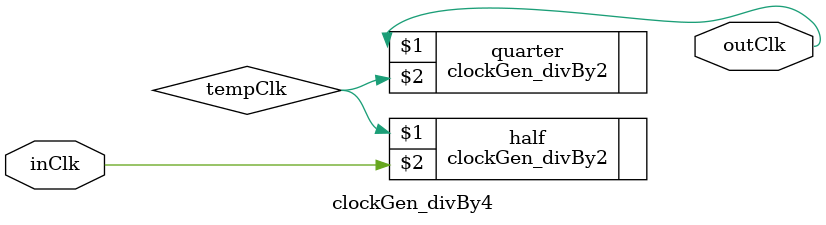
<source format=v>
`timescale 1ns / 1ps
module clockGen_divBy4 (outClk, inClk);

	input inClk;
	output outClk;
	wire tempClk;
	
	clockGen_divBy2 half (tempClk, inClk);
	clockGen_divBy2 quarter (outClk, tempClk);

endmodule
</source>
